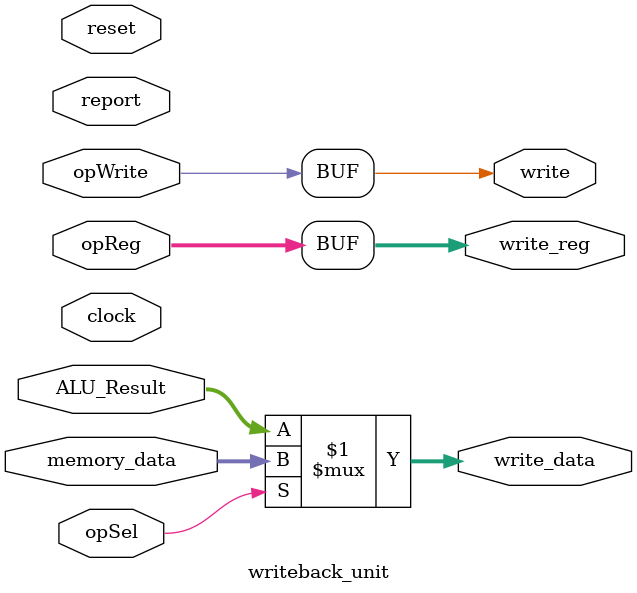
<source format=v>
/** @module : writeback
 *  @author : Adaptive & Secure Computing Systems (ASCS) Laboratory
 
 *  Copyright (c) 2018 BRISC-V (ASCS/ECE/BU)
 *  Permission is hereby granted, free of charge, to any person obtaining a copy
 *  of this software and associated documentation files (the "Software"), to deal
 *  in the Software without restriction, including without limitation the rights
 *  to use, copy, modify, merge, publish, distribute, sublicense, and/or sell
 *  copies of the Software, and to permit persons to whom the Software is
 *  furnished to do so, subject to the following conditions:
 *  The above copyright notice and this permission notice shall be included in
 *  all copies or substantial portions of the Software.

 *  THE SOFTWARE IS PROVIDED "AS IS", WITHOUT WARRANTY OF ANY KIND, EXPRESS OR
 *  IMPLIED, INCLUDING BUT NOT LIMITED TO THE WARRANTIES OF MERCHANTABILITY,
 *  FITNESS FOR A PARTICULAR PURPOSE AND NONINFRINGEMENT. IN NO EVENT SHALL THE
 *  AUTHORS OR COPYRIGHT HOLDERS BE LIABLE FOR ANY CLAIM, DAMAGES OR OTHER
 *  LIABILITY, WHETHER IN AN ACTION OF CONTRACT, TORT OR OTHERWISE, ARISING FROM,
 *  OUT OF OR IN CONNECTION WITH THE SOFTWARE OR THE USE OR OTHER DEALINGS IN
 *  THE SOFTWARE.
 */
 module writeback_unit #(parameter  CORE = 0, DATA_WIDTH = 32) (
      clock, reset,  
      opWrite,
      opSel, 
      opReg, 
      ALU_Result, 
      memory_data, 
      write, write_reg, write_data, 
      report
); 
 
input  clock; 
input  reset; 

input  opWrite; 
input  opSel; 
input  [4:0]  opReg;
input  [DATA_WIDTH-1:0] ALU_Result;
input  [DATA_WIDTH-1:0] memory_data; 

output  write;
output  [4:0]  write_reg;
output  [DATA_WIDTH-1:0] write_data;

input report; 

assign write_data = opSel? memory_data : ALU_Result; 
assign write_reg  = opReg; 
assign write      = opWrite; 
/*
reg [31: 0] cycles; 
always @ (posedge clock) begin 
    cycles <= reset? 0 : cycles + 1; 
    if (report)begin
        $display ("------ Core %d Writeback Unit - Current Cycle %d ----", CORE, cycles); 
        $display ("| opSel       [%b]", opSel);
        $display ("| opReg       [%b]", opReg);
        $display ("| ALU_Result  [%d]", ALU_Result);
        $display ("| Memory_data [%d]", memory_data);
        $display ("| write       [%b]", write);
        $display ("| write_reg   [%d]", write_reg);
        $display ("| write_data  [%d]", write_data);
        $display ("----------------------------------------------------------------------");
    end
end
*/
endmodule

 

</source>
